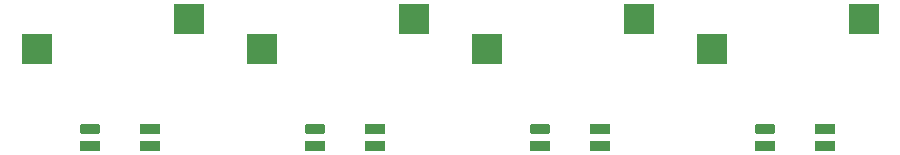
<source format=gbr>
%TF.GenerationSoftware,KiCad,Pcbnew,8.0.3*%
%TF.CreationDate,2024-10-21T20:57:23+02:00*%
%TF.ProjectId,trains_macropad,74726169-6e73-45f6-9d61-63726f706164,rev?*%
%TF.SameCoordinates,Original*%
%TF.FileFunction,Paste,Bot*%
%TF.FilePolarity,Positive*%
%FSLAX46Y46*%
G04 Gerber Fmt 4.6, Leading zero omitted, Abs format (unit mm)*
G04 Created by KiCad (PCBNEW 8.0.3) date 2024-10-21 20:57:23*
%MOMM*%
%LPD*%
G01*
G04 APERTURE LIST*
G04 Aperture macros list*
%AMRoundRect*
0 Rectangle with rounded corners*
0 $1 Rounding radius*
0 $2 $3 $4 $5 $6 $7 $8 $9 X,Y pos of 4 corners*
0 Add a 4 corners polygon primitive as box body*
4,1,4,$2,$3,$4,$5,$6,$7,$8,$9,$2,$3,0*
0 Add four circle primitives for the rounded corners*
1,1,$1+$1,$2,$3*
1,1,$1+$1,$4,$5*
1,1,$1+$1,$6,$7*
1,1,$1+$1,$8,$9*
0 Add four rect primitives between the rounded corners*
20,1,$1+$1,$2,$3,$4,$5,0*
20,1,$1+$1,$4,$5,$6,$7,0*
20,1,$1+$1,$6,$7,$8,$9,0*
20,1,$1+$1,$8,$9,$2,$3,0*%
G04 Aperture macros list end*
%ADD10R,2.550000X2.500000*%
%ADD11R,1.700000X0.820000*%
%ADD12RoundRect,0.205000X0.645000X0.205000X-0.645000X0.205000X-0.645000X-0.205000X0.645000X-0.205000X0*%
G04 APERTURE END LIST*
D10*
%TO.C,SW4*%
X152458750Y-116522500D03*
X165358750Y-113982500D03*
%TD*%
%TO.C,SW2*%
X114358750Y-116522500D03*
X127258750Y-113982500D03*
%TD*%
%TO.C,SW1*%
X95308750Y-116522500D03*
X108208750Y-113982500D03*
%TD*%
%TO.C,SW3*%
X133408750Y-116522500D03*
X146308750Y-113982500D03*
%TD*%
D11*
%TO.C,D1*%
X104943750Y-124812500D03*
X104943750Y-123312500D03*
D12*
X99843750Y-123312500D03*
D11*
X99843750Y-124812500D03*
%TD*%
%TO.C,D8*%
X123993750Y-124812500D03*
X123993750Y-123312500D03*
D12*
X118893750Y-123312500D03*
D11*
X118893750Y-124812500D03*
%TD*%
%TO.C,D9*%
X143043750Y-124812500D03*
X143043750Y-123312500D03*
D12*
X137943750Y-123312500D03*
D11*
X137943750Y-124812500D03*
%TD*%
%TO.C,D10*%
X162093750Y-124812500D03*
X162093750Y-123312500D03*
D12*
X156993750Y-123312500D03*
D11*
X156993750Y-124812500D03*
%TD*%
M02*

</source>
